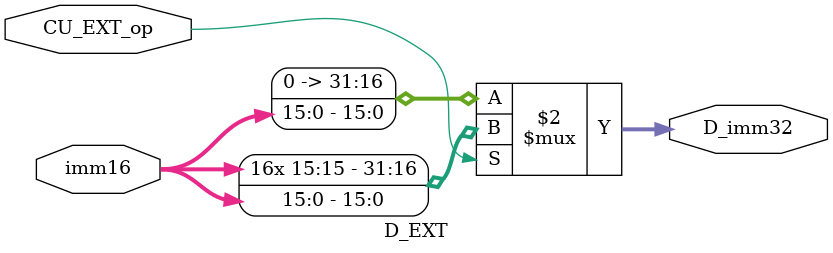
<source format=v>
`timescale 1ns / 1ps


//端口定义------------------------------------------------------------------------
module D_EXT (
    input [15:0] imm16,
    input CU_EXT_op,
    output [31:0] D_imm32
    );
//---------------------------------------------------------------------------------


//---------------------------------------------------------------------------------
    assign D_imm32 = (CU_EXT_op == 1) ? {{16{imm16[15]}}, imm16} :
                                        {16'H0000, imm16}; 
//----------------------------------------------------------------------------------


endmodule
</source>
